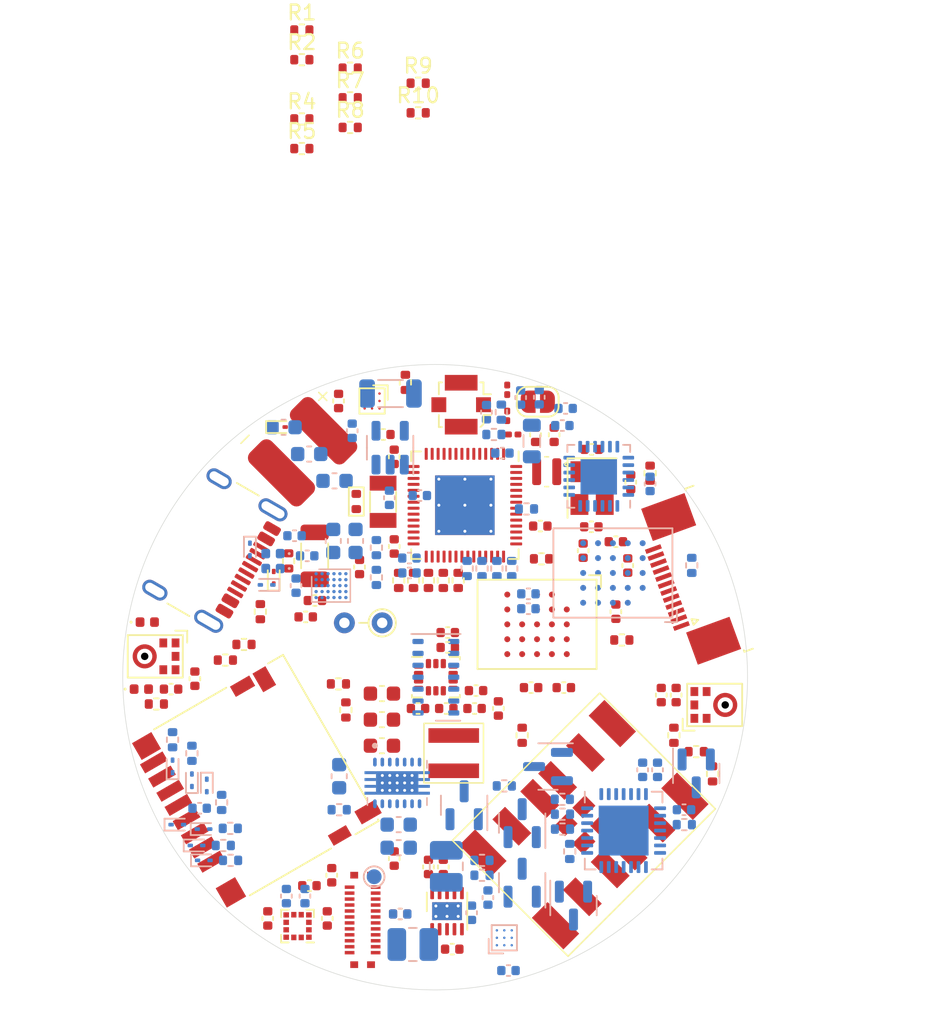
<source format=kicad_pcb>
(kicad_pcb (version 20221018) (generator pcbnew)
  (layers (0 "F.Cu" signal "Front") (1 "In1.Cu" power) (2 "In2.Cu" power) (31 "B.Cu" signal "Back") (34 "B.Paste" user) (35 "F.Paste" user) (36 "B.SilkS" user "B.Silkscreen") (37 "F.SilkS" user "F.Silkscreen") (38 "B.Mask" user) (39 "F.Mask" user) (44 "Edge.Cuts" user))
  (net 0 "")
  (net 1 "Net-(Q1-B)")
  (net 2 "Net-(Q1-C)")
  (net 3 "Net-(U4-VDD)")
  (net 4 "Net-(C19-Pad2)")
  (net 5 "Net-(U5-REGN)")
  (net 6 "Net-(U5-BTST)")
  (net 7 "GND")
  (net 8 "+3V3")
  (net 9 "Net-(C22-Pad2)")
  (net 10 "Net-(J3-In)")
  (net 11 "Net-(U6-CHIP_PU)")
  (net 12 "Net-(U6-VDD3P3_CPU)")
  (net 13 "Net-(U6-VDD_SPI)")
  (net 14 "Net-(U6-VDD3P3)")
  (net 15 "Net-(C41-Pad1)")
  (net 16 "Net-(U12-REG)")
  (net 17 "Net-(U14-C1)")
  (net 18 "Net-(D1-A)")
  (net 19 "+1V8")
  (net 20 "Net-(D6-K)")
  (net 21 "Net-(D7-K)")
  (net 22 "Net-(J2-CC1)")
  (net 24 "Net-(J2-CC2)")
  (net 27 "/USB and Power/CH2")
  (net 28 "Net-(Q2-C)")
  (net 29 "Net-(Q3-B)")
  (net 30 "Net-(Q3-C)")
  (net 31 "Net-(Q4-B)")
  (net 32 "Net-(Q4-C)")
  (net 33 "/USB and Power/CH1")
  (net 34 "Net-(Q5-C)")
  (net 35 "/USB and Power/CH0")
  (net 36 "Net-(Q6-C)")
  (net 37 "Net-(U3-~{RST})")
  (net 38 "Net-(U4-BIN)")
  (net 39 "Net-(U3-TXD)")
  (net 40 "Net-(U3-RXD)")
  (net 41 "/MCU and Memory/TX")
  (net 42 "Net-(U5-TS)")
  (net 43 "Net-(U5-TS_BIAS)")
  (net 44 "Net-(U6-U0TXD)")
  (net 45 "VBUS")
  (net 46 "Net-(U6-SPIHD)")
  (net 47 "Net-(U6-SPIWP)")
  (net 48 "Net-(U6-SPICLK)")
  (net 49 "Net-(U6-SPIQ)")
  (net 50 "Net-(U6-SPID)")
  (net 51 "Net-(U6-GPIO33)")
  (net 52 "Net-(U6-GPIO34)")
  (net 53 "Net-(U6-GPIO35)")
  (net 54 "Net-(U6-GPIO36)")
  (net 55 "Net-(U6-GPIO37)")
  (net 56 "Net-(J6-MTP_PWR)")
  (net 57 "Net-(U1-SW)")
  (net 72 "/IO/DISP_D3")
  (net 73 "/IO/DISP_D0")
  (net 74 "/IO/DISP_D1")
  (net 75 "/IO/DISP_D2")
  (net 90 "Net-(U2-FB)")
  (net 91 "Net-(L1-Pad2)")
  (net 92 "Net-(L1-Pad1)")
  (net 95 "Net-(U11-SWP)")
  (net 96 "Net-(U11-SWN)")
  (net 99 "/IO/MTR_N")
  (net 100 "/IO/MTR_P")
  (net 101 "+BATT")
  (net 102 "/MCU and Memory/ESP_ANT")
  (net 103 "/USB and Power/USB_DP")
  (net 104 "/USB and Power/USB_DM")
  (net 105 "/MCU and Memory/SD_D2")
  (net 106 "/MCU and Memory/SD_D3")
  (net 107 "/MCU and Memory/SD_CMD")
  (net 108 "/MCU and Memory/SD_CLK")
  (net 109 "/MCU and Memory/SD_D0")
  (net 110 "/MCU and Memory/SD_D1")
  (net 111 "/MCU and Memory/EN")
  (net 112 "/IO/MIC_WS")
  (net 113 "/IO/MIC_SCK")
  (net 114 "/IO/MIC_SD")
  (net 115 "/USB and Power/RTS")
  (net 116 "/USB and Power/DTR")
  (net 117 "/MCU and Memory/RTC_P")
  (net 118 "/MCU and Memory/RTC_N")
  (net 119 "/IO/MTR_EN")
  (net 120 "/SI2C_SDA")
  (net 121 "/SI2C_SCL")
  (net 122 "/IO/FI2C_SCL")
  (net 123 "/IO/FI2C_SDA")
  (net 124 "/IO/TP_INT")
  (net 125 "/IO/TP_RST")
  (net 126 "/IO/DISP_TE")
  (net 127 "/IO/DISP_RST")
  (net 128 "/IO/IMU_INT1")
  (net 129 "/IO/DISP_CS")
  (net 130 "/IO/DISP_CLK")
  (net 131 "/IO/IMU_INT2")
  (net 132 "/MCU and Memory/IO7")
  (net 133 "/PWR")
  (net 134 "/MCU and Memory/EXT_INT")
  (net 135 "/MCU and Memory/ECS")
  (net 136 "/MCU and Memory/MEM_CS1")
  (net 137 "/MCU and Memory/MEM_CS0")
  (net 138 "/MCU and Memory/RX")
  (net 139 "/MCU and Memory/CLK_N")
  (net 140 "/MCU and Memory/CLK_P")
  (net 141 "+VSW")
  (net 142 "/MCU and Memory/EXT_IO5")
  (net 143 "/MCU and Memory/EXT_IO14")
  (net 144 "/IO/AMOLED_P")
  (net 145 "/IO/SWIRE")
  (net 146 "/IO/AMOLED_N")
  (net 147 "/MCU and Memory/EXT_IO12")
  (net 148 "/MCU and Memory/FLASH_RST")
  (net 149 "/MCU and Memory/RAM_RST")
  (net 150 "/IO/MAG_DRDY")
  (net 151 "/IO/HBT_INT")
  (net 152 "/IO/MAG_INT")
  (net 153 "/MCU and Memory/IO6")
  (net 154 "/MCU and Memory/EXT_IO7")
  (net 155 "/MCU and Memory/EXT_IO8")
  (net 156 "/MCU and Memory/EXT_IO9")
  (net 157 "/MCU and Memory/EXT_IO10")
  (net 158 "/MCU and Memory/EXT_IO11")
  (net 159 "/MCU and Memory/EXT_IO13")
  (net 160 "/IO/IMU_SCL")
  (net 161 "/IO/IMU_SDA")
  (net 162 "/MCU and Memory/MEM_CLK")
  (net 163 "/MCU and Memory/MEM_DQS")
  (net 164 "/MCU and Memory/MEM_D2")
  (net 165 "/MCU and Memory/MEM_D1")
  (net 166 "/MCU and Memory/MEM_D0")
  (net 167 "/MCU and Memory/MEM_D3")
  (net 168 "/MCU and Memory/MEM_D4")
  (net 169 "/MCU and Memory/MEM_D7")
  (net 170 "/MCU and Memory/MEM_D6")
  (net 171 "/MCU and Memory/MEM_D5")
  (net 172 "/USB and Power/ILIM")
  (net 174 "Net-(D15-A)")
  (footprint "Resistor_SMD:R_0402_1005Metric" (layer "F.Cu") (at 111.04 32.89)
    (fp_text reference "R7")
    (fp_text value "10k")
  )
  (footprint "Jumper:SolderJumper-2_P1.3mm_Open_RoundedPad1.0x1.5mm" (layer "F.Cu") (at 123.65 53.3 180)
    (fp_text reference "JP1" hide)
    (fp_text value "RESET=LOW")
  )
  (footprint "Capacitor_SMD:C_0402_1005Metric" (layer "F.Cu") (at 114 83.98 -90)
    (fp_text reference "C62" hide)
    (fp_text value "10uF")
  )
  (footprint "Crystal:Crystal_SMD_3215-2Pin_3.2x1.5mm" (layer "F.Cu") (at 113.25 60.02 -90)
    (fp_text reference "Y1" hide)
    (fp_text value "32.768kHz")
  )
  (footprint "Resistor_SMD:R_0402_1005Metric" (layer "F.Cu") (at 110.75 74 90)
    (fp_text reference "R13" hide)
    (fp_text value "180k")
  )
  (footprint "Sensor_Audio:InvenSense_ICS-43434-6_3.5x2.65mm" (layer "F.Cu") (at 135.54 73.6625 90)
    (fp_text reference "MK2" hide)
    (fp_text value "ICS-43434")
  )
  (footprint "Capacitor_SMD:C_0402_1005Metric" (layer "F.Cu") (at 125.4 72.5)
    (fp_text reference "C78" hide)
    (fp_text value "100nF")
  )
  (footprint "PCM_Resistor_SMD_AKL:R_0402_1005Metric" (layer "F.Cu") (at 111.45 60 -90)
    (fp_text reference "R39" hide)
    (fp_text value "R" hide)
  )
  (footprint "Capacitor_SMD:C_0603_1608Metric" (layer "F.Cu") (at 113.175 72.9)
    (fp_text reference "C7" hide)
    (fp_text value "22uF")
  )
  (footprint "Resistor_SMD:R_0402_1005Metric" (layer "F.Cu") (at 107.79 28.34)
    (fp_text reference "R1")
    (fp_text value "10k")
  )
  (footprint "Resistor_SMD:R_0402_1005Metric" (layer "F.Cu") (at 107.79 30.33)
    (fp_text reference "R2")
    (fp_text value "10k")
  )
  (footprint "Resistor_SMD:R_0402_1005Metric" (layer "F.Cu") (at 98.01 73.6 180)
    (fp_text reference "R3" hide)
    (fp_text value "R")
  )
  (footprint "Resistor_SMD:R_0402_1005Metric" (layer "F.Cu") (at 111.04 34.88)
    (fp_text reference "R8")
    (fp_text value "10k")
  )
  (footprint "Capacitor_SMD:C_0402_1005Metric" (layer "F.Cu") (at 119.5 72.7 180)
    (fp_text reference "C54" hide)
    (fp_text value "100nF")
  )
  (footprint "Capacitor_SMD:C_0201_0603Metric" (layer "F.Cu") (at 121.595 52.5 90)
    (fp_text reference "C25" hide)
    (fp_text value "1.5pF")
  )
  (footprint "Capacitor_SMD:C_0402_1005Metric" (layer "F.Cu") (at 131.95 73 -90)
    (fp_text reference "C75" hide)
    (fp_text value "1uF")
  )
  (footprint "Capacitor_SMD:C_0402_1005Metric" (layer "F.Cu") (at 117.3 84.5425 -90)
    (fp_text reference "C52" hide)
    (fp_text value "10uF")
  )
  (footprint "Capacitor_SMD:C_0402_1005Metric" (layer "F.Cu") (at 114 57 -90)
    (fp_text reference "C27" hide)
    (fp_text value "C")
  )
  (footprint "Resistor_SMD:R_0402_1005Metric" (layer "F.Cu") (at 129.3 69.3 180)
    (fp_text reference "R40" hide)
    (fp_text value "10k")
  )
  (footprint "Capacitor_SMD:C_0402_1005Metric" (layer "F.Cu") (at 117.9 90.0625 180)
    (fp_text reference "C63" hide)
    (fp_text value "10uF")
  )
  (footprint "Package_LGA:LGA-14_3x2.5mm_P0.5mm_LayoutBorder3x4y" (layer "F.Cu") (at 116.8 71.8)
    (fp_text reference "U13" hide)
    (fp_text value "LSM6DSV16XTR")
  )
  (footprint "Resistor_SMD:R_0402_1005Metric" (layer "F.Cu") (at 115.3 65.3 90)
    (fp_text reference "R35" hide)
    (fp_text value "0")
  )
  (footprint "Capacitor_SMD:C_0402_1005Metric" (layer "F.Cu") (at 110.26 53.25 -90)
    (fp_text reference "C11" hide)
    (fp_text value "1uF")
  )
  (footprint "custom-lib:ELV1411A" (layer "F.Cu") (at 126.75 81.702082 -135)
    (fp_text reference "J5" hide)
    (fp_text value "ELV1411A")
  )
  (footprint "Capacitor_SMD:C_0402_1005Metric" (layer "F.Cu") (at 114 63.02 90)
    (fp_text reference "C28" hide)
    (fp_text value "C")
  )
  (footprint "Connector_Card:microSD_HC_Hirose_DM3D-SF" (layer "F.Cu") (at 104.735001 78.76596 -60)
    (fp_text reference "J4" hide)
    (fp_text value "Micro_SD_Card")
  )
  (footprint "Package_BGA:Texas_DSBGA-9_1.4715x1.4715mm_Layout3x3_P0.5mm" (layer "F.Cu") (at 112.51 53.25 -90)
    (fp_text reference "U4" hide)
    (fp_text value "BQ27427YZFR")
  )
  (footprint "Capacitor_SMD:C_0402_1005Metric" (layer "F.Cu") (at 117.6 68.8 180)
    (fp_text reference "C58" hide)
    (fp_text value "4.7uF")
  )
  (footprint "Resistor_SMD:R_0402_1005Metric" (layer "F.Cu") (at 114.3 65.3 90)
    (fp_text reference "R34" hide)
    (fp_text value "0")
  )
  (footprint "custom-lib:BGA-24_6.0x8.0mm_Layout5x5_P1.0mm" (layer "F.Cu") (at 123.6 68.25 -90)
    (fp_text reference "U7" hide)
    (fp_text value "MX25LM51245GXDI00")
  )
  (footprint "Resistor_SMD:R_0402_1005Metric" (layer "F.Cu") (at 115.61 33.9)
    (fp_text reference "R10")
    (fp_text value "10k")
  )
  (footprint "Capacitor_SMD:C_0402_1005Metric" (layer "F.Cu") (at 129.7 64.3 -90)
    (fp_text reference "C76" hide)
    (fp_text value "100nF")
  )
  (footprint "Package_DFN_QFN:QFN-56-1EP_7x7mm_P0.4mm_EP4x4mm_ThermalVias" (layer "F.Cu") (at 118.75 60.25 -90)
    (fp_text reference "U6" hide)
    (fp_text value "ESP32-S3")
  )
  (footprint "Capacitor_SMD:C_0402_1005Metric" (layer "F.Cu") (at 127.25 61.7)
    (fp_text reference "C42" hide)
    (fp_text value "C")
  )
  (footprint "custom-lib:XFL4020-152ME" (layer "F.Cu") (at 118 76.9 90)
    (fp_text reference "L1" hide)
    (fp_text value "1.5uH")
  )
  (footprint "Capacitor_SMD:C_0402_1005Metric" (layer "F.Cu") (at 115.6 73.9)
    (fp_text reference "C60" hide)
    (fp_text value "100nF")
  )
  (footprint "LED_SMD:LED_0402_1005Metric" (layer "F.Cu") (at 97 72.6)
    (fp_text reference "D1" hide)
    (fp_text value "STATUS1")
  )
  (footprint "Connector_Coaxial:U.FL_Molex_MCRF_73412-0110_Vertical" (layer "F.Cu") (at 118.5 53.5 90)
    (fp_text reference "J3" hide)
    (fp_text value "ESP_ANT")
  )
  (footprint "Capacitor_SMD:C_0402_1005Metric" (layer "F.Cu") (at 109.8 85.1 -90)
    (fp_text reference "C65" hide)
    (fp_text value "100nF")
  )
  (footprint "Resistor_SMD:R_0402_1005Metric" (layer "F.Cu") (at 111.04 30.9)
    (fp_text reference "R6")
    (fp_text value "10k")
  )
  (footprint "Package_LGA:LGA-12_2x2mm_P0.5mm" (layer "F.Cu") (at 107.5 88.5125 180)
    (fp_text reference "U14" hide)
    (fp_text value "LIS3MDL")
  )
  (footprint "Resistor_SMD:R_0402_1005Metric" (layer "F.Cu") (at 115.61 31.91)
    (fp_text reference "R9")
    (fp_text value "10k")
  )
  (footprint "Capacitor_SMD:C_0402_1005Metric" (layer "F.Cu") (at 123.82 61.65 180)
    (fp_text reference "C35" hide)
    (fp_text value "100nF")
  )
  (footprint "Capacitor_SMD:C_0402_1005Metric" (layer "F.Cu") (at 128.9 62.7)
    (fp_text reference "C47" hide)
    (fp_text value "1uF")
  )
  (footprint "Capacitor_SMD:C_0402_1005Metric" (layer "F.Cu") (at 121 73.9 90)
    (fp_text reference "C55" hide)
    (fp_text value "10uF")
  )
  (footprint "Resistor_SMD:R_0402_1005Metric" (layer "F.Cu") (at 102.65 70.65 180)
    (fp_text reference "R54" hide)
    (fp_text value "10k")
  )
  (footprint "Connector_USB:USB_C_Receptacle_GCT_USB4105-xx-A_16P_TopMnt_Horizontal" (layer "F.Cu") (at 101 62.75 -120)
    (fp_text reference "J2" hide)
    (fp_text value "USB_C_Receptacle")
  )
  (footprint "Capacitor_SMD:C_0201_0603Metric" (layer "F.Cu") (at 122 55.5)
    (fp_text reference "C29" hide)
    (fp_text value "1.5pF")
  )
  (footprint "Inductor_SMD:L_1206_3216Metric" (layer "F.Cu") (at 108.65 63.65 90)
    (fp_text reference "L3" hide)
    (fp_text value "1uH")
  )
  (footprint "Capacitor_SMD:C_0402_1005Metric" (layer "F.Cu") (at 124.75 55.52 -90)
    (fp_text reference "C33" hide)
    (fp_text value "1uF")
  )
  (footprint "Capacitor_SMD:C_0402_1005Metric" (layer "F.Cu") (at 123.5 55.52 -90)
    (fp_text reference "C36" hide)
    (fp_text value "10nF")
  )
  (footprint "custom-lib:Battery_Connector" (layer "F.Cu") (at 107.835786 56.664214 -135)
    (fp_text reference "BT1" hide)
    (fp_text value "Battery")
  )
  (footprint "Inductor_SMD:L_Coilcraft_XFL2010" (layer "F.Cu") (at 124.25 58 180)
    (fp_text reference "L6" hide)
    (fp_text value "24nH")
  )
  (footprint "Capacitor_SMD:C_0402_1005Metric" (layer "F.Cu") (at 100.6 71.9 -90)
    (fp_text reference "C69" hide)
    (fp_text value "1uF")
  )
  (footprint "Resistor_SMD:R_0402_1005Metric" (layer "F.Cu") (at 105 67.4 -90)
    (fp_text reference "R12" hide)
    (fp_text value "5.1k")
  )
  (footprint "Capacitor_SMD:C_0402_1005Metric" (layer "F.Cu") (at 99 72.6)
    (fp_text reference "C68" hide)
    (fp_text value "100nF")
  )
  (footprint "Diode_SMD:D_SOD-923" (layer "F.Cu") (at 105.9 65.12 90)
    (fp_text reference "D4" hide)
    (fp_text value "ESD9B5.0ST5G")
  )
  (footprint "Crystal:Crystal_SMD_3225-4Pin_3.2x2.5mm" (layer "F.Cu") (at 127.3 59.1 -90)
    (fp_text reference "Y2" hide)
    (fp_text value "40MHz(10ppm)")
  )
  (footprint "Capacitor_SMD:C_0402_1005Metric" (layer "F.Cu") (at 108.3 85.8 180)
    (fp_text reference "C64" hide)
    (fp_text value "1uF")
  )
  (footprint "Capacitor_SMD:C_0402_1005Metric" (layer "F.Cu") (at 109.5 88 90)
    (fp_text reference "C73" hide)
    (fp_text value "100nF")
  )
  (footprint "Capacitor_SMD:C_0402_1005Metric" (layer "F.Cu") (at 108.67 66.65 180)
    (fp_text reference "C22" hide)
    (fp_text value "47nF")
  )
  (footprint "Sensor_Audio:InvenSense_ICS-43434-6_3.5x2.65mm" (layer "F.Cu") (at 97.936 70.4 -90)
    (fp_text reference "MK1" hide)
    (fp_text value "ICS-43434")
  )
  (footprint "Resistor_SMD:R_0402_1005Metric" (layer "F.Cu") (at 106.9 63.99 -90)
    (fp_text reference "R11" hide)
    (fp_text value "5.1k")
  )
  (footprint "Capacitor_SMD:C_0402_1005Metric" (layer "F.Cu") (at 105.5 88 -90)
    (fp_text reference "C71" hide)
    (fp_text value "100nF")
  )
  (footprint "Capacitor_SMD:C_0402_1005Metric" (layer "F.Cu") (at 132.95 73 90)
    (fp_text reference "C74" hide)
    (fp_text value "100nF")
  )
  (footprint "Diode_SMD:D_SOD-923" (layer "F.Cu") (at 106.25 55)
    (fp_text reference "D5" hide)
    (fp_text value "ESD9B5.0ST5G")
  )
  (footprint "Capacitor_SMD:C_0402_1005Metric" (layer "F.Cu") (at 117.6 69.8 180)
    (fp_text reference "C57" hide)
    (fp_text value "100nF")
  )
  (footprint "Resistor_SMD:R_0402_1005Metric" (layer "F.Cu") (at 132.8 75.7 90)
    (fp_text reference "R16" hide)
    (fp_text value "22.1k")
  )
  (footprint "Resistor_SMD:R_0402_1005Metric" (layer "F.Cu") (at 118.3 65.3 90)
    (fp_text reference "R38" hide)
    (fp_text value "0")
  )
  (footprint "Resistor_SMD:R_0402_1005Metric" (layer "F.Cu") (at 131.2 58.1 90)
    (fp_text reference "R53" hide)
    (fp_text value "10k")
  )
  (footprint "Resistor_SMD:R_0402_1005Metric" (layer "F.Cu") (at 116.3 65.3 90)
    (fp_text reference "R36" hide)
    (fp_text value "0")
  )
  (footprint "Resistor_SMD:R_0402_1005Metric" (layer "F.Cu") (at 135.4 78.29 90)
    (fp_text reference "R29" hide)
    (fp_text value "0")
  )
  (footprint "Capacitor_SMD:C_0402_1005Metric" (layer "F.Cu") (at 116.3 84.5425 90)
    (fp_text reference "C50" hide)
    (fp_text value "100nF")
  )
  (footprint "Resistor_SMD:R_0402_1005Metric" (layer "F.Cu") (at 114.75 52 90)
    (fp_text reference "R19" hide)
    (fp_text value "10k")
  )
  (footprint "Capacitor_SMD:C_0402_1005Metric" (layer "F.Cu") (at 123.2 72.5 180)
    (fp_text reference "C31" hide)
    (fp_text value "1uF")
  )
  (footprint "Resistor_SMD:R_0402_1005Metric" (layer "F.Cu") (at 107.79 36.3)
    (fp_text reference "R5")
    (fp_text value "10k")
  )
  (footprint "Resistor_SMD:R_0402_1005Metric" (layer "F.Cu") (at 123.9 63.85)
    (fp_text reference "R45" hide)
    (fp_text value "0")
  )
  (footprint "Capacitor_SMD:C_0402_1005Metric" (layer "F.Cu") (at 114.4 87.7 180)
    (fp_text reference "C67" hide)
    (fp_text value "100nF")
  )
  (footprint "LED_SMD:LED_0402_1005Metric" (layer "F.Cu") (at 97.4 68.1)
    (fp_text reference "D15" hide)
    (fp_text value "STATUS0")
  )
  (footprint "Resistor_SMD:R_0402_1005Metric" (layer "F.Cu") (at 117.3 65.3 90)
    (fp_text reference "R37" hide)
    (fp_text value "0")
  )
  (footprint "Resistor_SMD:R_0402_1005Metric" (layer "F.Cu") (at 103.9 69.6)
    (fp_text reference "R55" hide)
    (fp_text value "R")
  )
  (footprint "Resistor_THT:R_Axial_DIN0204_L3.6mm_D1.6mm_P2.54mm_Vertical" (layer "F.Cu") (at 113.19 68.15 180)
    (fp_text reference "TH1" hide)
    (fp_text value "103AT-2 10k")
  )
  (footprint "Capacitor_SMD:C_0603_1608Metric" (layer "F.Cu") (at 113.175 76.4)
    (fp_text reference "C10" hide)
    (fp_text value "22uF")
  )
  (footprint "Inductor_SMD:L_0201_0603Metric" (layer "F.Cu") (at 121.595 54.25 -90)
    (fp_text reference "L4" hide)
    (fp_text value "2.7nH")
  )
  (footprint "custom-lib:OK-14GF024-04" (layer "F.Cu") (at 111.875 88.1 -90)
    (fp_text reference "J6" hide)
    (fp_text value "TT143AMC12C")
  )
  (footprint "Connector_FFC-FPC:TE_1-1734839-2_1x12-1MP_P0.5mm_Horizontal" (layer "F.Cu") (at 133.630785 65.316369 110)
    (fp_text reference "J1" hide)
    (fp_text value "DAUGHTER")
  )
  (footprint "Capacitor_SMD:C_0402_1005Metric" (layer "F.Cu") (at 108.05 67.75)
    (fp_text reference "C20" hide)
    (fp_text value "4.7uF")
  )
  (footprint "Capacitor_SMD:C_0402_1005Metric" (layer "F.Cu") (at 129.9 58.7 -90)
    (fp_text reference "C49" hide)
    (fp_text value "10uF")
  )
  (footprint "Capacitor_SMD:C_0402_1005Metric" (layer "F.Cu") (at 117.5 73.9 180)
    (fp_text reference "C61" hide)
    (fp_text value "100nF")
  )
  (footprint "Capacitor_SMD:C_0603_1608Metric" (layer "F.Cu") (at 113.175 74.65)
    (fp_text reference "C8" hide)
    (fp_text value "22uF")
  )
  (footprint "Capacitor_SMD:C_0402_1005Metric" (layer "F.Cu") (at 111.67 64.4 90)
    (fp_text reference "C21" hide)
    (fp_text value "4.7uF")
  )
  (footprint "Capacitor_SMD:C_0402_1005Metric" (layer "F.Cu") (at 126.7 63.3 90)
    (fp_text reference "C46" hide)
    (fp_text value "100nF")
  )
  (footprint "Resistor_SMD:R_0402_1005Metric" (layer "F.Cu") (at 110.25 72.25 180)
    (fp_text reference "R14" hide)
    (fp_text value "1M")
  )
  (footprint "Resistor_SMD:R_0402_1005Metric" (layer "F.Cu") (at 134.3 76.8 180)
    (fp_text reference "R17" hide)
    (fp_text value "47.5k")
  )
  (footprint "Capacitor_SMD:C_0402_1005Metric" (layer "F.Cu") (at 119.4 73.9)
    (fp_text reference "C59" hide)
    (fp_text value "1uF")
  )
  (footprint "Capacitor_SMD:C_0402_1005Metric" (layer "F.Cu") (at 128.9 67.4 -90)
    (fp_text reference "C77" hide)
    (fp_text value "100nF")
  )
  (footprint "Capacitor_SMD:C_0402_1005Metric" (layer "F.Cu") (at 113.27 55.5 180)
    (fp_text reference "C15" hide)
    (fp_text value "2.2uF")
  )
  (footprint "Capacitor_SMD:C_0402_1005Metric" (layer "F.Cu") (at 127.27 56.5)
    (fp_text reference "C41" hide)
    (fp_text value "C")
  )
  (footprint "Package_SON:WSON-10-1EP_2.5x2.5mm_P0.5mm_EP1.2x2mm_ThermalVias" (layer "F.Cu") (at 117.55 87.5125 90)
    (fp_text reference "U11" hide)
    (fp_text value "TPS65631W")
  )
  (footprint "Resistor_SMD:R_0402_1005Metric" (layer "F.Cu") (at 107.79 34.31)
    (fp_text reference "R4")
    (fp_text value "10k")
  )
  (footprint "Resistor_SMD:R_0402_1005Metric" (layer "F.Cu") (at 122.6 75.7 90)
    (fp_text reference "R28" hide)
    (fp_text value "0")
  )
  (footprint "Capacitor_SMD:C_0402_1005Metric" (layer "B.Cu") (at 123.02 66.2)
    (fp_text reference "C79" hide)
    (fp_text value "100nF")
  )
  (footprint "Capacitor_SMD:C_0402_1005Metric" (layer "B.Cu") (at 133.48 80.7)
    (fp_text reference "C9" hide)
    (fp_text value "1uF")
  )
  (footprint "Capacitor_SMD:C_0402_1005Metric" (layer "B.Cu") (at 123.75 53 90)
    (fp_text reference "C43" hide)
    (fp_text value "10uF")
  )
  (footprint "Resistor_SMD:R_0402_1005Metric" (layer "B.Cu") (at 125.3 80 180)
    (fp_text reference "R25" hide)
    (fp_text value "10k")
  )
  (footprint "Capacitor_SMD:C_0402_1005Metric" (layer "B.Cu") (at 122.5 53.02 90)
    (fp_text reference "C44" hide)
    (fp_text value "10uF")
  )
  (footprint "Resistor_SMD:R_0402_1005Metric" (layer "B.Cu") (at 133.5 81.7 180)
    (fp_text reference "R18" hide)
    (fp_text value "1k")
  )
  (footprint "Capacitor_SMD:C_0402_1005Metric" (layer "B.Cu") (at 114.4 87.7)
    (fp_text reference "C66" hide)
    (fp_text value "1uF")
  )
  (footprint "Diode_SMD:D_SOD-923" (layer "B.Cu") (at 100.4 78.72 90)
    (fp_text reference "D12" hide)
    (fp_text value "ESD9B3.3ST5G")
  )
  (footprint "Inductor_SMD:L_1206_3216Metric" (layer "B.Cu") (at 113.75 52.75 180)
    (fp_text reference "L2" hide)
    (fp_text value "1uH")
  )
  (footprint "Capacitor_SMD:C_0603_1608Metric" (layer "B.Cu") (at 110.3 78.45 90)
    (fp_text reference "C4" hide)
    (fp_text value "100nF")
  )
  (footprint "custom-lib:Texas_VSON-14_3x4mm_ThermalPad" (layer "B.Cu") (at 114.2 78.9 -90)
    (fp_text reference "U2" hide)
    (fp_text value "TPS63021")
  )
  (footprint "Inductor_SMD:L_1008_2520Metric" (layer "B.Cu") (at 115.25 89.75)
    (fp_text reference "L8" hide)
    (fp_text value "10uH")
  )
  (footprint "Diode_SMD:D_SOD-923" (layer "B.Cu") (at 99.42 81.7)
    (fp_text reference "D14" hide)
    (fp_text value "ESD9B3.3ST5G")
  )
  (footprint "LED_SMD:LED_0402_1005Metric" (layer "B.Cu") (at 105.85 64.5 180)
    (fp_text reference "D7" hide)
    (fp_text value "POWER GOOD")
  )
  (footprint "OptoDevice:Maxim_OLGA-14_3.3x5.6mm_P0.8mm" (layer "B.Cu") (at 116.8 71.8)
    (fp_text reference "U10" hide)
    (fp_text value "MAX30102")
  )
  (footprint "Resistor_SMD:R_0402_1005Metric" (layer "B.Cu") (at 100.4 76.91 -90)
    (fp_text reference "R50" hide)
    (fp_text value "10k")
  )
  (footprint "Capacitor_SMD:C_0603_1608Metric" (layer "B.Cu") (at 109.9 62.65 90)
    (fp_text reference "C23" hide)
    (fp_text value "10uF")
  )
  (footprint "Resistor_SMD:R_0402_1005Metric" (layer "B.Cu") (at 99.1 76 -90)
    (fp_text reference "R51" hide)
    (fp_text value "10k")
  )
  (footprint "Resistor_SMD:R_0402_1005Metric" (layer "B.Cu") (at 102.98 81.95 180)
    (fp_text reference "R48" hide)
    (fp_text value "10k")
  )
  (footprint "Package_TO_SOT_SMD:TSOT-23-5" (layer "B.Cu") (at 113.725 56.3875 90)
    (fp_text reference "U1" hide)
    (fp_text value "ADP2108AUJ-1.8")
  )
  (footprint "Capacitor_SMD:C_0402_1005Metric" (layer "B.Cu") (at 107.3 62.3)
    (fp_text reference "C5" hide)
    (fp_text value "10nF")
  )
  (footprint "Capacitor_SMD:C_0603_1608Metric" (layer "B.Cu") (at 114.3 83.25)
    (fp_text reference "C1" hide)
    (fp_text value "10uF")
  )
  (footprint "TestPoint:TestPoint_Pad_D1.0mm" (layer "B.Cu") (at 112.65 85.2 180)
    (fp_text reference "TP1" hide)
    (fp_text value "MTP_PWR")
  )
  (footprint "Capacitor_SMD:C_0402_1005Metric" (layer "B.Cu") (at 100.92 80.6 180)
    (fp_text reference "C45" hide)
    (fp_text value "10uF")
  )
  (footprint "Capacitor_SMD:C_0402_1005Metric" (layer "B.Cu") (at 120.2 54 90)
    (fp_text reference "C26" hide)
    (fp_text value "1uF")
  )
  (footprint "Capacitor_SMD:C_0402_1005Metric" (layer "B.Cu") (at 113.675 59.75 -90)
    (fp_text reference "C3" hide)
    (fp_text value "4.7uF")
  )
  (footprint "Capacitor_SMD:C_0402_1005Metric" (layer "B.Cu") (at 131.7 78.02 -90)
    (fp_text reference "C13" hide)
    (fp_text value "10uF")
  )
  (footprint "Capacitor_SMD:C_0603_1608Metric" (layer "B.Cu") (at 111.4 62.65 90)
    (fp_text reference "C24" hide)
    (fp_text value "10uF")
  )
  (footprint "Capacitor_SMD:C_0402_1005Metric" (layer "B.Cu") (at 125.52 53.75)
    (fp_text reference "C40" hide)
    (fp_text value "1uF")
  )
  (footprint "Resistor_SMD:R_0402_1005Metric" (layer "B.Cu") (at 121.4 79.1)
    (fp_text reference "R23" hide)
    (fp_text value "2222")
  )
  (footprint "Capacitor_SMD:C_0402_1005Metric" (layer "B.Cu") (at 121.27 56.75 180)
    (fp_text reference "C38" hide)
    (fp_text value "100nF")
  )
  (footprint "Capacitor_SMD:C_0402_1005Metric" (layer "B.Cu") (at 121.68 91.5)
    (fp_text reference "C56" hide)
    (fp_text value "1uF")
  )
  (footprint "Diode_SMD:D_SOD-923" (layer "B.Cu") (at 101.18 82)
    (fp_text reference "D10" hide)
    (fp_text value "ESD9B3.3ST5G")
  )
  (footprint "Capacitor_SMD:C_0402_1005Metric" (layer "B.Cu") (at 119.2 87.62 -90)
    (fp_text reference "C53" hide)
    (fp_text value "1uF")
  )
  (footprint "Package_TO_SOT_SMD:SOT-23" (layer "B.Cu") (at 118.7 80.4 90)
    (fp_text reference "Q6" hide)
    (fp_text value "MMBT3904")
  )
  (footprint "Diode_SMD:D_SOD-923" (layer "B.Cu") (at 104.3 63.22 -90)
    (fp_text reference "D3" hide)
    (fp_text value "ESD9B5.0ST5G")
  )
  (footprint "Package_TO_SOT_SMD:SOT-23" (layer "B.Cu") (at 124.3375 77.8 180)
    (fp_text reference "Q4" hide)
    (fp_text value "MMBT3904")
  )
  (footprint "Capacitor_SMD:C_0402_1005Metric" (layer "B.Cu") (at 115.02 63.8)
    (fp_text reference "C34" hide)
    (fp_text value "1uF")
  )
  (footprint "Resistor_SMD:R_0402_1005Metric" (layer "B.Cu") (at 119.9 85.1)
    (fp_text reference "R27" hide)
    (fp_text value "6666")
  )
  (footprint "custom-lib:Texas_DSBGA-30_2.0x2.4mm_Layout5x6_P0.4mm" (layer "B.Cu") (at 109.75 65.65 -90)
    (fp_text reference "U5" hide)
    (fp_text value "BQ25638")
  )
  (footprint "Capacitor_SMD:C_0402_1005Metric" (layer "B.Cu") (at 111.175 55.25 -90)
    (fp_text reference "C6" hide)
    (fp_text value "10uF")
  )
  (footprint "Capacitor_SMD:C_0402_1005Metric" (layer "B.Cu") (at 107.4 65.65 90)
    (fp_text reference "C19" hide)
    (fp_text value "10uF")
  )
  (footprint "Diode_SMD:D_SOD-923" (layer "B.Cu") (at 101.2 84.1)
    (fp_text reference "D8" hide)
    (fp_text value "ESD9B3.3ST5G")
  )
  (footprint "Resistor_SMD:R_0402_1005Metric" (layer "B.Cu") (at 125.8 83.5 -90)
    (fp_text reference "R24" hide)
    (fp_text value "10k")
  )
  (footprint "LED_SMD:LED_0402_1005Metric" (layer "B.Cu") (at 105.85 63.5 180)
    (fp_text reference "D6" hide)
    (fp_text value "CHARGING")
  )
  (footprint "Inductor_SMD:L_0805_2012Metric" (layer "B.Cu") (at 123.25 55.9375 90)
    (fp_text reference "L5" hide)
    (fp_text value "2nH")
  )
  (footprint "Resistor_SMD:R_0402_1005Metric" (layer "B.Cu") (at 119.9 84.1)
    (fp_text reference "R30" hide)
    (fp_text value "33k")
  )
  (footprint "Resistor_SMD:R_0402_1005Metric" (layer "B.Cu") (at 112.8 63.1 -90)
    (fp_text reference "R22" hide)
    (fp_text value "30.31")
  )
  (footprint "Capacitor_SMD:C_0402_1005Metric" (layer "B.Cu") (at 131.2 58.82 90)
    (fp_text reference "C48" hide)
    (fp_text value "100nF")
  )
  (footprint "Capacitor_SMD:C_0603_1608Metric" (layer "B.Cu") (at 106.560786 55.014214 180)
    (fp_text reference "C17" hide)
    (fp_text value "22uF")
  )
  (footprint "Resistor_SMD:R_0402_1005Metric" (layer "B.Cu") (at 103 84.1 180)
    (fp_text reference "R46" hide)
    (fp_text value "10k")
  )
  (footprint "Diode_SMD:D_SOD-923" (layer "B.Cu") (at 100.71 83.1)
    (fp_text reference "D9" hide)
    (fp_text value "ESD9B3.3ST5G")
  )
  (footprint "Diode_SMD:D_SOD-923" (layer "B.Cu") (at 105.42 65.6 180)
    (fp_text reference "D2" hide)
    (fp_text value "ESD9B5.0ST5G")
  )
  (footprint "Resistor_SMD:R_0402_1005Metric" (layer "B.Cu") (at 120.7 55.5 180)
    (fp_text reference "R32" hide)
    (fp_text value "10k")
  )
  (footprint "Package_TO_SOT_SMD:SOT-23" (layer "B.Cu") (at 122.6 81.6 90)
    (fp_text reference "Q2" hide)
    (fp_text value "MMBT3904")
  )
  (footprint "Capacitor_SMD:C_0402_1005Metric" (layer "B.Cu") (at 115.02 64.8)
    (fp_text reference "C37" hide)
    (fp_text value "100nF")
  )
  (footprint "Capacitor_SMD:C_0402_1005Metric" (layer "B.Cu") (at 123.02 67.2)
    (fp_text reference "C30" hide)
    (fp_text value "100nF")
  )
  (footprint "Package_TO_SOT_SMD:SOT-23" (layer "B.Cu") (at 126.05 87.1375 -90)
    (fp_text reference "Q3" hide)
    (fp_text value "MMBT3904")
  )
  (footprint "Diode_SMD:D_SOD-923" (layer "B.Cu") (at 99.1 77.79 90)
    (fp_text reference "D13" hide)
    (fp_text value "ESD9B3.3ST5G")
  )
  (footprint "Package_DFN_QFN:VQFN-24-1EP_4x4mm_P0.5mm_EP2.45x2.45mm" (layer "B.Cu") (at 127.75 58.3075 90)
    (fp_text reference "U9" hide)
    (fp_text value "TCA9535MRGER")
  )
  (footprint "Capacitor_SMD:C_0603_1608Metric" (layer "B.Cu") (at 109.985786 58.614214 180)
    (fp_text reference "C16" hide)
    (fp_text value "22uF")
  )
  (footprint "Capacitor_SMD:C_0603_1608Metric" (layer "B.Cu") (at 114.3 81.7 180)
    (fp_text reference "C2" hide)
    (fp_text value "10uF")
  )
  (footprint "Capacitor_SMD:C_0402_1005Metric" (layer "B.Cu") (at 106.75 86.5 -90)
    (fp_text reference "C70" hide)
    (fp_text value "1uF")
  )
  (footprint "Capacitor_SMD:C_0402_1005Metric" (layer "B.Cu") (at 120.3 86.6 90)
    (fp_text reference "C51" hide)
    (fp_text value "100nF")
  )
  (footprint "Capacitor_SMD:C_0402_1005Metric" (layer "B.Cu") (at 125.3 54.9)
    (fp_text reference "C39" hide)
    (fp_text value "100nF")
  )
  (footprint "Package_TO_SOT_SMD:SOT-23" (layer "B.Cu") (at 134.3 78.2625 -90)
    (fp_text reference "Q1" hide)
    (fp_text value "MMBT3904")
  )
  (footprint "Resistor_SMD:R_0402_1005Metric" (layer "B.Cu") (at 119.9 64.5 90)
    (fp_text reference "R42" hide)
    (fp_text value "0")
  )
  (footprint "Resistor_SMD:R_0402_1005Metric" (layer "B.Cu") (at 125.31 82 180)
    (fp_text reference "R21" hide)
    (fp_text value "0")
  )
  (footprint "Capacitor_SMD:C_0402_1005Metric" (layer "B.Cu") (at 108.15 63.65)
    (fp_text reference "C18" hide)
    (fp_text value "1uF")
  )
  (footprint "Resistor_SMD:R_0402_1005Metric" (layer "B.Cu") (at 121.9 64.5 90)
    (fp_text reference "R44" hide)
    (fp_text value "0")
  )
  (footprint "Diode_SMD:D_SOD-923" (layer "B.Cu") (at 101.4 79.07 -90)
    (fp_text reference "D11" hide)
    (fp_text value "ESD9B3.3ST5G")
  )
  (footprint "custom-lib:BGA-24_6.0x8.0mm_Layout5x5_P1.0mm" (layer "B.Cu") (at 128.7 64.8 90)
    (fp_text reference "U8" hide)
    (fp_text value "APS12808L-3OBMx")
  )
  (footprint "Resistor_SMD:R_0402_1005Metric" (layer "B.Cu") (at 118.9 64.5 90)
    (fp_text reference "R41" hide)
    (fp_text value "0")
  )
  (footprint "Capacitor_SMD:C_0402_1005Metric" (layer "B.Cu") (at 108 86.5 -90)
    (fp_text reference "C72" hide)
    (fp_text value "100nF")
  )
  (footprint "Resistor_SMD:R_0402_1005Metric" (layer "B.Cu") (at 121.2 54 90)
    (fp_text reference "R31" hide)
    (fp_text value "10k")
  )
  (footprint "Capacitor_SMD:C_0402_1005Metric" (layer "B.Cu") (at 115.72 59.6 180)
    (fp_text reference "C32" hide)
    (fp_text value "100nF")
  )
  (footprint "Capacitor_SMD:C_0603_1608Metric" (layer "B.Cu") (at 108.285786 56.814214 180)
    (fp_text reference "C14" hide)
    (fp_text value "22uF")
  )
  (footprint "Capacitor_SMD:C_0402_1005Metric" (layer "B.Cu") (at 130.7 78.02 90)
    (fp_text reference "C12" hide)
    (fp_text value "100nF")
  )
  (footprint "Resistor_SMD:R_0402_1005Metric" (layer "B.Cu") (at 102.4 80.21 90)
    (fp_text reference "R49" hide)
    (fp_text value "10k")
  )
  (footprint "Inductor_SMD:L_1008_2520Metric" (layer "B.Cu") (at 117.5 84.5 -90)
    (fp_text reference "L7" hide)
    (fp_text value "10uH")
  )
  (footprint "Package_BGA:Texas_DSBGA-9_1.4715x1.4715mm_Layout3x3_P0.5mm" (layer "B.Cu") (at 121.4 89.3)
    (fp_text reference "U12" hide)
    (fp_text value "DRV2605LYZFR")
  )
  (footprint "Package_TO_SOT_SMD:SOT-23" (layer "B.Cu") (at 122.6 85.6 90)
    (fp_text reference "Q5" hide)
    (fp_text value "MMBT3904")
  )
  (footprint "Package_DFN_QFN:QFN-28-1EP_5x5mm_P0.5mm_EP3.35x3.35mm" (layer "B.Cu") (at 129.42 82.1 -90)
    (fp_text reference "U3" hide)
    (fp_text value "CP2102N-Axx-xQFN28")
  )
  (footprint "Resistor_SMD:R_0402_1005Metric" (layer "B.Cu") (at 112.8 65.1 90)
    (fp_text reference "R26" hide)
    (fp_text value "5.24k")
  )
  (footprint "Resistor_SMD:R_0402_1005Metric" (layer "B.Cu") (at 134 64.29 90)
    (fp_text reference "R52" hide)
    (fp_text value "10k")
  )
  (footprint "Resistor_SMD:R_0402_1005Metric" (layer "B.Cu") (at 120.9 64.5 90)
    (fp_text reference "R43" hide)
    (fp_text value "0")
  )
  (footprint "Resistor_SMD:R_0402_1005Metric" (layer "B.Cu") (at 110.3 80.7)
    (fp_text reference "R15" hide)
    (fp_text value "1M")
  )
  (footprint "Resistor_SMD:R_0402_1005Metric" (layer "B.Cu") (at 122.89 60.5 180)
    (fp_text reference "R33" hide)
    (fp_text value "499")
  )
  (footprint "Resistor_SMD:R_0402_1005Metric" (layer "B.Cu") (at 125.31 81 180)
    (fp_text reference "R20" hide)
    (fp_text value "0")
  )
  (footprint "Resistor_SMD:R_0402_1005Metric" (layer "B.Cu") (at 102.51 83.1 180)
    (fp_text reference "R47" hide)
    (fp_text value "10k")
  )
  (gr_circle (center 116.75 71.8) (end 95.75 71.8) (stroke (width 0.0381)) (fill none) (layer "Edge.Cuts"))
)
</source>
